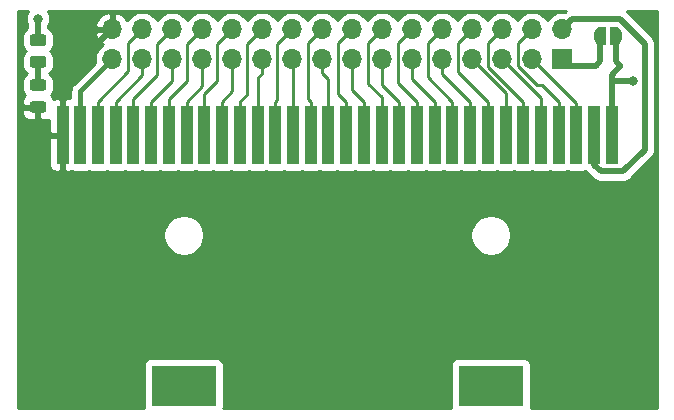
<source format=gtl>
%TF.GenerationSoftware,KiCad,Pcbnew,(5.1.10-1-10_14)*%
%TF.CreationDate,2023-08-18T21:43:18+08:00*%
%TF.ProjectId,GB_MemoryBackup_Subboard_A,47425f4d-656d-46f7-9279-4261636b7570,1.1*%
%TF.SameCoordinates,Original*%
%TF.FileFunction,Copper,L1,Top*%
%TF.FilePolarity,Positive*%
%FSLAX46Y46*%
G04 Gerber Fmt 4.6, Leading zero omitted, Abs format (unit mm)*
G04 Created by KiCad (PCBNEW (5.1.10-1-10_14)) date 2023-08-18 21:43:18*
%MOMM*%
%LPD*%
G01*
G04 APERTURE LIST*
%TA.AperFunction,SMDPad,CuDef*%
%ADD10C,0.100000*%
%TD*%
%TA.AperFunction,SMDPad,CuDef*%
%ADD11R,0.600000X0.450000*%
%TD*%
%TA.AperFunction,ComponentPad*%
%ADD12O,1.700000X1.700000*%
%TD*%
%TA.AperFunction,ComponentPad*%
%ADD13R,1.700000X1.700000*%
%TD*%
%TA.AperFunction,SMDPad,CuDef*%
%ADD14R,5.500000X3.500000*%
%TD*%
%TA.AperFunction,SMDPad,CuDef*%
%ADD15R,1.000000X5.000000*%
%TD*%
%TA.AperFunction,ViaPad*%
%ADD16C,0.800000*%
%TD*%
%TA.AperFunction,Conductor*%
%ADD17C,0.500000*%
%TD*%
%TA.AperFunction,Conductor*%
%ADD18C,0.400000*%
%TD*%
%TA.AperFunction,Conductor*%
%ADD19C,0.250000*%
%TD*%
%TA.AperFunction,Conductor*%
%ADD20C,0.254000*%
%TD*%
%TA.AperFunction,Conductor*%
%ADD21C,0.100000*%
%TD*%
G04 APERTURE END LIST*
%TO.P,R1,2*%
%TO.N,/CartSlot_5V_Input*%
%TA.AperFunction,SMDPad,CuDef*%
G36*
G01*
X144595001Y-85325000D02*
X143694999Y-85325000D01*
G75*
G02*
X143445000Y-85075001I0J249999D01*
G01*
X143445000Y-84549999D01*
G75*
G02*
X143694999Y-84300000I249999J0D01*
G01*
X144595001Y-84300000D01*
G75*
G02*
X144845000Y-84549999I0J-249999D01*
G01*
X144845000Y-85075001D01*
G75*
G02*
X144595001Y-85325000I-249999J0D01*
G01*
G37*
%TD.AperFunction*%
%TO.P,R1,1*%
%TO.N,/PwrLED_5V_Input*%
%TA.AperFunction,SMDPad,CuDef*%
G36*
G01*
X144595001Y-87150000D02*
X143694999Y-87150000D01*
G75*
G02*
X143445000Y-86900001I0J249999D01*
G01*
X143445000Y-86374999D01*
G75*
G02*
X143694999Y-86125000I249999J0D01*
G01*
X144595001Y-86125000D01*
G75*
G02*
X144845000Y-86374999I0J-249999D01*
G01*
X144845000Y-86900001D01*
G75*
G02*
X144595001Y-87150000I-249999J0D01*
G01*
G37*
%TD.AperFunction*%
%TD*%
%TO.P,LED1,2*%
%TO.N,/PwrLED_5V_Input*%
%TA.AperFunction,SMDPad,CuDef*%
G36*
G01*
X144601250Y-89085000D02*
X143688750Y-89085000D01*
G75*
G02*
X143445000Y-88841250I0J243750D01*
G01*
X143445000Y-88353750D01*
G75*
G02*
X143688750Y-88110000I243750J0D01*
G01*
X144601250Y-88110000D01*
G75*
G02*
X144845000Y-88353750I0J-243750D01*
G01*
X144845000Y-88841250D01*
G75*
G02*
X144601250Y-89085000I-243750J0D01*
G01*
G37*
%TD.AperFunction*%
%TO.P,LED1,1*%
%TO.N,GND*%
%TA.AperFunction,SMDPad,CuDef*%
G36*
G01*
X144601250Y-90960000D02*
X143688750Y-90960000D01*
G75*
G02*
X143445000Y-90716250I0J243750D01*
G01*
X143445000Y-90228750D01*
G75*
G02*
X143688750Y-89985000I243750J0D01*
G01*
X144601250Y-89985000D01*
G75*
G02*
X144845000Y-90228750I0J-243750D01*
G01*
X144845000Y-90716250D01*
G75*
G02*
X144601250Y-90960000I-243750J0D01*
G01*
G37*
%TD.AperFunction*%
%TD*%
%TA.AperFunction,SMDPad,CuDef*%
D10*
%TO.P,JP1,2*%
%TO.N,/CartSlot_5V_Input*%
G36*
X193055000Y-83705602D02*
G01*
X193079534Y-83705602D01*
X193128365Y-83710412D01*
X193176490Y-83719984D01*
X193223445Y-83734228D01*
X193268778Y-83753005D01*
X193312051Y-83776136D01*
X193352850Y-83803396D01*
X193390779Y-83834524D01*
X193425476Y-83869221D01*
X193456604Y-83907150D01*
X193483864Y-83947949D01*
X193506995Y-83991222D01*
X193525772Y-84036555D01*
X193540016Y-84083510D01*
X193549588Y-84131635D01*
X193554398Y-84180466D01*
X193554398Y-84205000D01*
X193555000Y-84205000D01*
X193555000Y-84705000D01*
X193554398Y-84705000D01*
X193554398Y-84729534D01*
X193549588Y-84778365D01*
X193540016Y-84826490D01*
X193525772Y-84873445D01*
X193506995Y-84918778D01*
X193483864Y-84962051D01*
X193456604Y-85002850D01*
X193425476Y-85040779D01*
X193390779Y-85075476D01*
X193352850Y-85106604D01*
X193312051Y-85133864D01*
X193268778Y-85156995D01*
X193223445Y-85175772D01*
X193176490Y-85190016D01*
X193128365Y-85199588D01*
X193079534Y-85204398D01*
X193055000Y-85204398D01*
X193055000Y-85205000D01*
X192555000Y-85205000D01*
X192555000Y-83705000D01*
X193055000Y-83705000D01*
X193055000Y-83705602D01*
G37*
%TD.AperFunction*%
%TA.AperFunction,SMDPad,CuDef*%
%TO.P,JP1,1*%
%TO.N,+5V*%
G36*
X192255000Y-85205000D02*
G01*
X191755000Y-85205000D01*
X191755000Y-85204398D01*
X191730466Y-85204398D01*
X191681635Y-85199588D01*
X191633510Y-85190016D01*
X191586555Y-85175772D01*
X191541222Y-85156995D01*
X191497949Y-85133864D01*
X191457150Y-85106604D01*
X191419221Y-85075476D01*
X191384524Y-85040779D01*
X191353396Y-85002850D01*
X191326136Y-84962051D01*
X191303005Y-84918778D01*
X191284228Y-84873445D01*
X191269984Y-84826490D01*
X191260412Y-84778365D01*
X191255602Y-84729534D01*
X191255602Y-84705000D01*
X191255000Y-84705000D01*
X191255000Y-84205000D01*
X191255602Y-84205000D01*
X191255602Y-84180466D01*
X191260412Y-84131635D01*
X191269984Y-84083510D01*
X191284228Y-84036555D01*
X191303005Y-83991222D01*
X191326136Y-83947949D01*
X191353396Y-83907150D01*
X191384524Y-83869221D01*
X191419221Y-83834524D01*
X191457150Y-83803396D01*
X191497949Y-83776136D01*
X191541222Y-83753005D01*
X191586555Y-83734228D01*
X191633510Y-83719984D01*
X191681635Y-83710412D01*
X191730466Y-83705602D01*
X191755000Y-83705602D01*
X191755000Y-83705000D01*
X192255000Y-83705000D01*
X192255000Y-85205000D01*
G37*
%TD.AperFunction*%
%TD*%
D11*
%TO.P,D1,2*%
%TO.N,+5V*%
X191355000Y-86995000D03*
%TO.P,D1,1*%
%TO.N,/CartSlot_5V_Input*%
X193455000Y-86995000D03*
%TD*%
D12*
%TO.P,J1,32*%
%TO.N,GND*%
X150430000Y-83890000D03*
%TO.P,J1,31*%
%TO.N,/AAudioIn*%
X150430000Y-86430000D03*
%TO.P,J1,30*%
%TO.N,/~ARST*%
X152970000Y-83890000D03*
%TO.P,J1,29*%
%TO.N,/AD7*%
X152970000Y-86430000D03*
%TO.P,J1,28*%
%TO.N,/AD6*%
X155510000Y-83890000D03*
%TO.P,J1,27*%
%TO.N,/AD5*%
X155510000Y-86430000D03*
%TO.P,J1,26*%
%TO.N,/AD4*%
X158050000Y-83890000D03*
%TO.P,J1,25*%
%TO.N,/AD3*%
X158050000Y-86430000D03*
%TO.P,J1,24*%
%TO.N,/AD2*%
X160590000Y-83890000D03*
%TO.P,J1,23*%
%TO.N,/AD1*%
X160590000Y-86430000D03*
%TO.P,J1,22*%
%TO.N,/AD0*%
X163130000Y-83890000D03*
%TO.P,J1,21*%
%TO.N,/AA15_T*%
X163130000Y-86430000D03*
%TO.P,J1,20*%
%TO.N,/AA14*%
X165670000Y-83890000D03*
%TO.P,J1,19*%
%TO.N,/AA13*%
X165670000Y-86430000D03*
%TO.P,J1,18*%
%TO.N,/AA12*%
X168210000Y-83890000D03*
%TO.P,J1,17*%
%TO.N,/AA11*%
X168210000Y-86430000D03*
%TO.P,J1,16*%
%TO.N,/AA10*%
X170750000Y-83890000D03*
%TO.P,J1,15*%
%TO.N,/AA9*%
X170750000Y-86430000D03*
%TO.P,J1,14*%
%TO.N,/AA8*%
X173290000Y-83890000D03*
%TO.P,J1,13*%
%TO.N,/AA7*%
X173290000Y-86430000D03*
%TO.P,J1,12*%
%TO.N,/AA6*%
X175830000Y-83890000D03*
%TO.P,J1,11*%
%TO.N,/AA5*%
X175830000Y-86430000D03*
%TO.P,J1,10*%
%TO.N,/AA4*%
X178370000Y-83890000D03*
%TO.P,J1,9*%
%TO.N,/AA3*%
X178370000Y-86430000D03*
%TO.P,J1,8*%
%TO.N,/AA2*%
X180910000Y-83890000D03*
%TO.P,J1,7*%
%TO.N,/AA1*%
X180910000Y-86430000D03*
%TO.P,J1,6*%
%TO.N,/AA0*%
X183450000Y-83890000D03*
%TO.P,J1,5*%
%TO.N,/~ASRAM_CS*%
X183450000Y-86430000D03*
%TO.P,J1,4*%
%TO.N,/~ARD_T*%
X185990000Y-83890000D03*
%TO.P,J1,3*%
%TO.N,/~AWR_T*%
X185990000Y-86430000D03*
%TO.P,J1,2*%
%TO.N,/ACLK*%
X188530000Y-83890000D03*
D13*
%TO.P,J1,1*%
%TO.N,+5V*%
X188530000Y-86430000D03*
%TD*%
D14*
%TO.P,J2,SHIELD_4*%
%TO.N,N/C*%
X156480000Y-114090000D03*
%TO.P,J2,SHIELD_3*%
X182480000Y-114090000D03*
D15*
%TO.P,J2,32*%
%TO.N,GND*%
X146230000Y-92840000D03*
%TO.P,J2,31*%
%TO.N,/AAudioIn*%
X147730000Y-92840000D03*
%TO.P,J2,30*%
%TO.N,/~ARST*%
X149230000Y-92840000D03*
%TO.P,J2,29*%
%TO.N,/AD7*%
X150730000Y-92840000D03*
%TO.P,J2,28*%
%TO.N,/AD6*%
X152230000Y-92840000D03*
%TO.P,J2,27*%
%TO.N,/AD5*%
X153730000Y-92840000D03*
%TO.P,J2,26*%
%TO.N,/AD4*%
X155230000Y-92840000D03*
%TO.P,J2,25*%
%TO.N,/AD3*%
X156730000Y-92840000D03*
%TO.P,J2,24*%
%TO.N,/AD2*%
X158230000Y-92840000D03*
%TO.P,J2,23*%
%TO.N,/AD1*%
X159730000Y-92840000D03*
%TO.P,J2,22*%
%TO.N,/AD0*%
X161230000Y-92840000D03*
%TO.P,J2,21*%
%TO.N,/AA15_T*%
X162730000Y-92840000D03*
%TO.P,J2,20*%
%TO.N,/AA14*%
X164230000Y-92840000D03*
%TO.P,J2,19*%
%TO.N,/AA13*%
X165730000Y-92840000D03*
%TO.P,J2,18*%
%TO.N,/AA12*%
X167230000Y-92840000D03*
%TO.P,J2,17*%
%TO.N,/AA11*%
X168730000Y-92840000D03*
%TO.P,J2,16*%
%TO.N,/AA10*%
X170230000Y-92840000D03*
%TO.P,J2,15*%
%TO.N,/AA9*%
X171730000Y-92840000D03*
%TO.P,J2,14*%
%TO.N,/AA8*%
X173230000Y-92840000D03*
%TO.P,J2,13*%
%TO.N,/AA7*%
X174730000Y-92840000D03*
%TO.P,J2,12*%
%TO.N,/AA6*%
X176230000Y-92840000D03*
%TO.P,J2,11*%
%TO.N,/AA5*%
X177730000Y-92840000D03*
%TO.P,J2,10*%
%TO.N,/AA4*%
X179230000Y-92840000D03*
%TO.P,J2,9*%
%TO.N,/AA3*%
X180730000Y-92840000D03*
%TO.P,J2,8*%
%TO.N,/AA2*%
X182230000Y-92840000D03*
%TO.P,J2,7*%
%TO.N,/AA1*%
X183730000Y-92840000D03*
%TO.P,J2,6*%
%TO.N,/AA0*%
X185230000Y-92840000D03*
%TO.P,J2,5*%
%TO.N,/~ASRAM_CS*%
X186730000Y-92840000D03*
%TO.P,J2,4*%
%TO.N,/~ARD_T*%
X188230000Y-92840000D03*
%TO.P,J2,3*%
%TO.N,/~AWR_T*%
X189730000Y-92840000D03*
%TO.P,J2,2*%
%TO.N,/ACLK*%
X191230000Y-92840000D03*
%TO.P,J2,1*%
%TO.N,/CartSlot_5V_Input*%
X192730000Y-92840000D03*
%TD*%
D16*
%TO.N,/CartSlot_5V_Input*%
X144140000Y-82980000D03*
X194540000Y-88290000D03*
%TD*%
D17*
%TO.N,+5V*%
X191755000Y-86595000D02*
X191355000Y-86995000D01*
X191755000Y-84455000D02*
X191755000Y-86595000D01*
X189095000Y-86995000D02*
X188530000Y-86430000D01*
X191355000Y-86995000D02*
X189095000Y-86995000D01*
%TO.N,GND*%
X146230000Y-92840000D02*
X146230000Y-88090000D01*
X146230000Y-88090000D02*
X150430000Y-83890000D01*
D18*
%TO.N,/AAudioIn*%
X147730000Y-89130000D02*
X147730000Y-92840000D01*
X150430000Y-86430000D02*
X147730000Y-89130000D01*
D19*
%TO.N,/~ARST*%
X151784800Y-85075200D02*
X152970000Y-83890000D01*
X151784800Y-87460100D02*
X151784800Y-85075200D01*
X149230000Y-90014900D02*
X151784800Y-87460100D01*
X149230000Y-92840000D02*
X149230000Y-90014900D01*
%TO.N,/AD7*%
X150730000Y-92840000D02*
X150730000Y-90014900D01*
X150730000Y-90014900D02*
X152970000Y-87774900D01*
X152970000Y-87774900D02*
X152970000Y-86430000D01*
%TO.N,/AD6*%
X154240000Y-85160000D02*
X155510000Y-83890000D01*
X154240000Y-87755400D02*
X154240000Y-85160000D01*
X152230000Y-89765400D02*
X154240000Y-87755400D01*
X152230000Y-92840000D02*
X152230000Y-89765400D01*
%TO.N,/AD5*%
X153730000Y-92840000D02*
X153730000Y-90014900D01*
X153730000Y-90014900D02*
X155510000Y-88234900D01*
X155510000Y-88234900D02*
X155510000Y-86430000D01*
%TO.N,/AD4*%
X156780000Y-88238400D02*
X156780000Y-85160000D01*
X156780000Y-85160000D02*
X158050000Y-83890000D01*
X155230000Y-89788400D02*
X156780000Y-88238400D01*
X155230000Y-92840000D02*
X155230000Y-89788400D01*
%TO.N,/AD3*%
X156730000Y-92840000D02*
X156730000Y-90014900D01*
X156730000Y-90014900D02*
X158050000Y-88694900D01*
X158050000Y-88694900D02*
X158050000Y-86430000D01*
%TO.N,/AD2*%
X159320000Y-85160000D02*
X160590000Y-83890000D01*
X159320000Y-88238400D02*
X159320000Y-85160000D01*
X158230000Y-89328400D02*
X159320000Y-88238400D01*
X158230000Y-92840000D02*
X158230000Y-89328400D01*
%TO.N,/AD1*%
X159730000Y-92840000D02*
X159730000Y-90014900D01*
X159730000Y-90014900D02*
X160590000Y-89154900D01*
X160590000Y-89154900D02*
X160590000Y-86430000D01*
%TO.N,/AD0*%
X161860000Y-89384900D02*
X161860000Y-85160000D01*
X161860000Y-85160000D02*
X163130000Y-83890000D01*
X161230000Y-90014900D02*
X161860000Y-89384900D01*
X161230000Y-92840000D02*
X161230000Y-90014900D01*
%TO.N,/AA14*%
X164400000Y-85160000D02*
X165670000Y-83890000D01*
X164400000Y-89844900D02*
X164400000Y-85160000D01*
X164230000Y-90014900D02*
X164400000Y-89844900D01*
X164230000Y-92840000D02*
X164230000Y-90014900D01*
%TO.N,/AA13*%
X165730000Y-86490000D02*
X165670000Y-86430000D01*
X165730000Y-92840000D02*
X165730000Y-86490000D01*
%TO.N,/AA12*%
X167012500Y-89797400D02*
X167012500Y-85087500D01*
X167012500Y-85087500D02*
X168210000Y-83890000D01*
X167230000Y-90014900D02*
X167012500Y-89797400D01*
X167230000Y-92840000D02*
X167230000Y-90014900D01*
%TO.N,/AA11*%
X168210000Y-86430000D02*
X168210000Y-87605100D01*
X168730000Y-92840000D02*
X168730000Y-88125100D01*
X168730000Y-88125100D02*
X168210000Y-87605100D01*
%TO.N,/AA10*%
X169573700Y-85066300D02*
X170750000Y-83890000D01*
X169573700Y-89358600D02*
X169573700Y-85066300D01*
X170230000Y-90014900D02*
X169573700Y-89358600D01*
X170230000Y-92840000D02*
X170230000Y-90014900D01*
%TO.N,/AA9*%
X171730000Y-92840000D02*
X171730000Y-90014900D01*
X171730000Y-90014900D02*
X170750000Y-89034900D01*
X170750000Y-89034900D02*
X170750000Y-86430000D01*
%TO.N,/AA8*%
X172095600Y-85084400D02*
X173290000Y-83890000D01*
X172095600Y-88513800D02*
X172095600Y-85084400D01*
X173230000Y-89648200D02*
X172095600Y-88513800D01*
X173230000Y-92840000D02*
X173230000Y-89648200D01*
%TO.N,/AA7*%
X174730000Y-92840000D02*
X174730000Y-90014900D01*
X174730000Y-90014900D02*
X173290000Y-88574900D01*
X173290000Y-88574900D02*
X173290000Y-86430000D01*
%TO.N,/AA6*%
X174639400Y-85080600D02*
X175830000Y-83890000D01*
X176230000Y-90014900D02*
X174639400Y-88424300D01*
X174639400Y-88424300D02*
X174639400Y-85080600D01*
X176230000Y-92840000D02*
X176230000Y-90014900D01*
%TO.N,/AA5*%
X177730000Y-92840000D02*
X177730000Y-90014900D01*
X177730000Y-90014900D02*
X175830000Y-88114900D01*
X175830000Y-88114900D02*
X175830000Y-86430000D01*
%TO.N,/AA4*%
X177179400Y-85080600D02*
X178370000Y-83890000D01*
X177179400Y-87964300D02*
X177179400Y-85080600D01*
X179230000Y-90014900D02*
X177179400Y-87964300D01*
X179230000Y-92840000D02*
X179230000Y-90014900D01*
%TO.N,/AA3*%
X180730000Y-92840000D02*
X180730000Y-90014900D01*
X180730000Y-90014900D02*
X178370000Y-87654900D01*
X178370000Y-87654900D02*
X178370000Y-86430000D01*
%TO.N,/AA2*%
X179719400Y-87504300D02*
X179719400Y-85080600D01*
X182230000Y-90014900D02*
X179719400Y-87504300D01*
X179719400Y-85080600D02*
X180910000Y-83890000D01*
X182230000Y-92840000D02*
X182230000Y-90014900D01*
%TO.N,/AA1*%
X183730000Y-89250000D02*
X180910000Y-86430000D01*
X183730000Y-92840000D02*
X183730000Y-89250000D01*
%TO.N,/AA0*%
X182259400Y-85080600D02*
X183450000Y-83890000D01*
X185230000Y-90014900D02*
X182259400Y-87044300D01*
X182259400Y-87044300D02*
X182259400Y-85080600D01*
X185230000Y-92840000D02*
X185230000Y-90014900D01*
%TO.N,/~ASRAM_CS*%
X183450000Y-86430000D02*
X186730000Y-89710000D01*
X186730000Y-89710000D02*
X186730000Y-92840000D01*
D17*
%TO.N,/ACLK*%
X191230000Y-95366002D02*
X191230000Y-92840000D01*
X191773999Y-95910001D02*
X191230000Y-95366002D01*
X193686001Y-95910001D02*
X191773999Y-95910001D01*
X195510001Y-85150181D02*
X195510001Y-94086001D01*
X189379999Y-83040001D02*
X193399821Y-83040001D01*
X195510001Y-94086001D02*
X193686001Y-95910001D01*
X193399821Y-83040001D02*
X195510001Y-85150181D01*
X188530000Y-83890000D02*
X189379999Y-83040001D01*
D19*
%TO.N,/AA15_T*%
X162730000Y-88005100D02*
X163130000Y-87605100D01*
X163130000Y-86430000D02*
X163130000Y-87605100D01*
X162730000Y-92840000D02*
X162730000Y-88005100D01*
%TO.N,/~ARD_T*%
X184799400Y-85080600D02*
X185990000Y-83890000D01*
X184799400Y-86996900D02*
X184799400Y-85080600D01*
X188230000Y-92840000D02*
X188230000Y-90014900D01*
X186396250Y-88593750D02*
X186808850Y-88593750D01*
X186808850Y-88593750D02*
X188230000Y-90014900D01*
X186396250Y-88593750D02*
X184799400Y-86996900D01*
%TO.N,/~AWR_T*%
X189730000Y-90170000D02*
X189730000Y-92840000D01*
X185990000Y-86430000D02*
X189730000Y-90170000D01*
D17*
%TO.N,/CartSlot_5V_Input*%
X193055000Y-86595000D02*
X193455000Y-86995000D01*
X193055000Y-84455000D02*
X193055000Y-86595000D01*
X192730000Y-87720000D02*
X193455000Y-86995000D01*
X144140000Y-82980000D02*
X144140000Y-84807500D01*
X144140000Y-84807500D02*
X144145000Y-84812500D01*
X192730000Y-88290000D02*
X194540000Y-88290000D01*
X192730000Y-92840000D02*
X192730000Y-88290000D01*
X192730000Y-88290000D02*
X192730000Y-87720000D01*
%TO.N,/PwrLED_5V_Input*%
X144145000Y-86637500D02*
X144145000Y-88597500D01*
%TD*%
D20*
%TO.N,GND*%
X143222795Y-82489744D02*
X143144774Y-82678102D01*
X143105000Y-82878061D01*
X143105000Y-83081939D01*
X143144774Y-83281898D01*
X143222795Y-83470256D01*
X143255000Y-83518455D01*
X143255000Y-83783059D01*
X143201613Y-83811595D01*
X143067038Y-83922038D01*
X142956595Y-84056613D01*
X142874528Y-84210149D01*
X142823992Y-84376745D01*
X142806928Y-84549999D01*
X142806928Y-85075001D01*
X142823992Y-85248255D01*
X142874528Y-85414851D01*
X142956595Y-85568387D01*
X143067038Y-85702962D01*
X143093891Y-85725000D01*
X143067038Y-85747038D01*
X142956595Y-85881613D01*
X142874528Y-86035149D01*
X142823992Y-86201745D01*
X142806928Y-86374999D01*
X142806928Y-86900001D01*
X142823992Y-87073255D01*
X142874528Y-87239851D01*
X142956595Y-87393387D01*
X143067038Y-87527962D01*
X143189341Y-87628334D01*
X143065208Y-87730208D01*
X142955542Y-87863836D01*
X142874053Y-88016291D01*
X142823872Y-88181715D01*
X142806928Y-88353750D01*
X142806928Y-88841250D01*
X142823872Y-89013285D01*
X142874053Y-89178709D01*
X142955542Y-89331164D01*
X143065208Y-89464792D01*
X143071564Y-89470008D01*
X142993815Y-89533815D01*
X142914463Y-89630506D01*
X142855498Y-89740820D01*
X142819188Y-89860518D01*
X142806928Y-89985000D01*
X142810000Y-90186750D01*
X142968750Y-90345500D01*
X144018000Y-90345500D01*
X144018000Y-90325500D01*
X144272000Y-90325500D01*
X144272000Y-90345500D01*
X144292000Y-90345500D01*
X144292000Y-90599500D01*
X144272000Y-90599500D01*
X144272000Y-91436250D01*
X144430750Y-91595000D01*
X144845000Y-91598072D01*
X144969482Y-91585812D01*
X145089180Y-91549502D01*
X145093603Y-91547138D01*
X145095000Y-92554250D01*
X145253750Y-92713000D01*
X146103000Y-92713000D01*
X146103000Y-89863750D01*
X145944250Y-89705000D01*
X145730000Y-89701928D01*
X145605518Y-89714188D01*
X145485820Y-89750498D01*
X145444188Y-89772751D01*
X145434502Y-89740820D01*
X145375537Y-89630506D01*
X145296185Y-89533815D01*
X145218436Y-89470008D01*
X145224792Y-89464792D01*
X145334458Y-89331164D01*
X145415947Y-89178709D01*
X145466128Y-89013285D01*
X145483072Y-88841250D01*
X145483072Y-88353750D01*
X145466128Y-88181715D01*
X145415947Y-88016291D01*
X145334458Y-87863836D01*
X145224792Y-87730208D01*
X145100659Y-87628334D01*
X145222962Y-87527962D01*
X145333405Y-87393387D01*
X145415472Y-87239851D01*
X145466008Y-87073255D01*
X145483072Y-86900001D01*
X145483072Y-86374999D01*
X145466008Y-86201745D01*
X145415472Y-86035149D01*
X145333405Y-85881613D01*
X145222962Y-85747038D01*
X145196109Y-85725000D01*
X145222962Y-85702962D01*
X145333405Y-85568387D01*
X145415472Y-85414851D01*
X145466008Y-85248255D01*
X145483072Y-85075001D01*
X145483072Y-84549999D01*
X145466008Y-84376745D01*
X145415472Y-84210149D01*
X145333405Y-84056613D01*
X145222962Y-83922038D01*
X145088387Y-83811595D01*
X145025000Y-83777714D01*
X145025000Y-83533109D01*
X148988519Y-83533109D01*
X149109186Y-83763000D01*
X150303000Y-83763000D01*
X150303000Y-82569845D01*
X150073110Y-82448524D01*
X149925901Y-82493175D01*
X149663080Y-82618359D01*
X149429731Y-82792412D01*
X149234822Y-83008645D01*
X149085843Y-83258748D01*
X148988519Y-83533109D01*
X145025000Y-83533109D01*
X145025000Y-83518454D01*
X145057205Y-83470256D01*
X145135226Y-83281898D01*
X145175000Y-83081939D01*
X145175000Y-82878061D01*
X145135226Y-82678102D01*
X145057205Y-82489744D01*
X144973854Y-82365000D01*
X188807457Y-82365000D01*
X188784952Y-82383469D01*
X188784950Y-82383471D01*
X188751182Y-82411184D01*
X188745031Y-82418679D01*
X188676260Y-82405000D01*
X188383740Y-82405000D01*
X188096842Y-82462068D01*
X187826589Y-82574010D01*
X187583368Y-82736525D01*
X187376525Y-82943368D01*
X187260000Y-83117760D01*
X187143475Y-82943368D01*
X186936632Y-82736525D01*
X186693411Y-82574010D01*
X186423158Y-82462068D01*
X186136260Y-82405000D01*
X185843740Y-82405000D01*
X185556842Y-82462068D01*
X185286589Y-82574010D01*
X185043368Y-82736525D01*
X184836525Y-82943368D01*
X184720000Y-83117760D01*
X184603475Y-82943368D01*
X184396632Y-82736525D01*
X184153411Y-82574010D01*
X183883158Y-82462068D01*
X183596260Y-82405000D01*
X183303740Y-82405000D01*
X183016842Y-82462068D01*
X182746589Y-82574010D01*
X182503368Y-82736525D01*
X182296525Y-82943368D01*
X182180000Y-83117760D01*
X182063475Y-82943368D01*
X181856632Y-82736525D01*
X181613411Y-82574010D01*
X181343158Y-82462068D01*
X181056260Y-82405000D01*
X180763740Y-82405000D01*
X180476842Y-82462068D01*
X180206589Y-82574010D01*
X179963368Y-82736525D01*
X179756525Y-82943368D01*
X179640000Y-83117760D01*
X179523475Y-82943368D01*
X179316632Y-82736525D01*
X179073411Y-82574010D01*
X178803158Y-82462068D01*
X178516260Y-82405000D01*
X178223740Y-82405000D01*
X177936842Y-82462068D01*
X177666589Y-82574010D01*
X177423368Y-82736525D01*
X177216525Y-82943368D01*
X177100000Y-83117760D01*
X176983475Y-82943368D01*
X176776632Y-82736525D01*
X176533411Y-82574010D01*
X176263158Y-82462068D01*
X175976260Y-82405000D01*
X175683740Y-82405000D01*
X175396842Y-82462068D01*
X175126589Y-82574010D01*
X174883368Y-82736525D01*
X174676525Y-82943368D01*
X174560000Y-83117760D01*
X174443475Y-82943368D01*
X174236632Y-82736525D01*
X173993411Y-82574010D01*
X173723158Y-82462068D01*
X173436260Y-82405000D01*
X173143740Y-82405000D01*
X172856842Y-82462068D01*
X172586589Y-82574010D01*
X172343368Y-82736525D01*
X172136525Y-82943368D01*
X172020000Y-83117760D01*
X171903475Y-82943368D01*
X171696632Y-82736525D01*
X171453411Y-82574010D01*
X171183158Y-82462068D01*
X170896260Y-82405000D01*
X170603740Y-82405000D01*
X170316842Y-82462068D01*
X170046589Y-82574010D01*
X169803368Y-82736525D01*
X169596525Y-82943368D01*
X169480000Y-83117760D01*
X169363475Y-82943368D01*
X169156632Y-82736525D01*
X168913411Y-82574010D01*
X168643158Y-82462068D01*
X168356260Y-82405000D01*
X168063740Y-82405000D01*
X167776842Y-82462068D01*
X167506589Y-82574010D01*
X167263368Y-82736525D01*
X167056525Y-82943368D01*
X166940000Y-83117760D01*
X166823475Y-82943368D01*
X166616632Y-82736525D01*
X166373411Y-82574010D01*
X166103158Y-82462068D01*
X165816260Y-82405000D01*
X165523740Y-82405000D01*
X165236842Y-82462068D01*
X164966589Y-82574010D01*
X164723368Y-82736525D01*
X164516525Y-82943368D01*
X164400000Y-83117760D01*
X164283475Y-82943368D01*
X164076632Y-82736525D01*
X163833411Y-82574010D01*
X163563158Y-82462068D01*
X163276260Y-82405000D01*
X162983740Y-82405000D01*
X162696842Y-82462068D01*
X162426589Y-82574010D01*
X162183368Y-82736525D01*
X161976525Y-82943368D01*
X161860000Y-83117760D01*
X161743475Y-82943368D01*
X161536632Y-82736525D01*
X161293411Y-82574010D01*
X161023158Y-82462068D01*
X160736260Y-82405000D01*
X160443740Y-82405000D01*
X160156842Y-82462068D01*
X159886589Y-82574010D01*
X159643368Y-82736525D01*
X159436525Y-82943368D01*
X159320000Y-83117760D01*
X159203475Y-82943368D01*
X158996632Y-82736525D01*
X158753411Y-82574010D01*
X158483158Y-82462068D01*
X158196260Y-82405000D01*
X157903740Y-82405000D01*
X157616842Y-82462068D01*
X157346589Y-82574010D01*
X157103368Y-82736525D01*
X156896525Y-82943368D01*
X156780000Y-83117760D01*
X156663475Y-82943368D01*
X156456632Y-82736525D01*
X156213411Y-82574010D01*
X155943158Y-82462068D01*
X155656260Y-82405000D01*
X155363740Y-82405000D01*
X155076842Y-82462068D01*
X154806589Y-82574010D01*
X154563368Y-82736525D01*
X154356525Y-82943368D01*
X154240000Y-83117760D01*
X154123475Y-82943368D01*
X153916632Y-82736525D01*
X153673411Y-82574010D01*
X153403158Y-82462068D01*
X153116260Y-82405000D01*
X152823740Y-82405000D01*
X152536842Y-82462068D01*
X152266589Y-82574010D01*
X152023368Y-82736525D01*
X151816525Y-82943368D01*
X151694805Y-83125534D01*
X151625178Y-83008645D01*
X151430269Y-82792412D01*
X151196920Y-82618359D01*
X150934099Y-82493175D01*
X150786890Y-82448524D01*
X150557000Y-82569845D01*
X150557000Y-83763000D01*
X150577000Y-83763000D01*
X150577000Y-84017000D01*
X150557000Y-84017000D01*
X150557000Y-84037000D01*
X150303000Y-84037000D01*
X150303000Y-84017000D01*
X149109186Y-84017000D01*
X148988519Y-84246891D01*
X149085843Y-84521252D01*
X149234822Y-84771355D01*
X149429731Y-84987588D01*
X149659406Y-85158900D01*
X149483368Y-85276525D01*
X149276525Y-85483368D01*
X149114010Y-85726589D01*
X149002068Y-85996842D01*
X148945000Y-86283740D01*
X148945000Y-86576260D01*
X148971193Y-86707939D01*
X147168579Y-88510554D01*
X147136709Y-88536709D01*
X147041228Y-88653054D01*
X147032364Y-88663855D01*
X146954828Y-88808914D01*
X146907082Y-88966312D01*
X146890960Y-89130000D01*
X146895000Y-89171019D01*
X146895000Y-89726479D01*
X146854482Y-89714188D01*
X146730000Y-89701928D01*
X146515750Y-89705000D01*
X146357000Y-89863750D01*
X146357000Y-92713000D01*
X146377000Y-92713000D01*
X146377000Y-92967000D01*
X146357000Y-92967000D01*
X146357000Y-95816250D01*
X146515750Y-95975000D01*
X146730000Y-95978072D01*
X146854482Y-95965812D01*
X146974180Y-95929502D01*
X146980000Y-95926391D01*
X146985820Y-95929502D01*
X147105518Y-95965812D01*
X147230000Y-95978072D01*
X148230000Y-95978072D01*
X148354482Y-95965812D01*
X148474180Y-95929502D01*
X148480000Y-95926391D01*
X148485820Y-95929502D01*
X148605518Y-95965812D01*
X148730000Y-95978072D01*
X149730000Y-95978072D01*
X149854482Y-95965812D01*
X149974180Y-95929502D01*
X149980000Y-95926391D01*
X149985820Y-95929502D01*
X150105518Y-95965812D01*
X150230000Y-95978072D01*
X151230000Y-95978072D01*
X151354482Y-95965812D01*
X151474180Y-95929502D01*
X151480000Y-95926391D01*
X151485820Y-95929502D01*
X151605518Y-95965812D01*
X151730000Y-95978072D01*
X152730000Y-95978072D01*
X152854482Y-95965812D01*
X152974180Y-95929502D01*
X152980000Y-95926391D01*
X152985820Y-95929502D01*
X153105518Y-95965812D01*
X153230000Y-95978072D01*
X154230000Y-95978072D01*
X154354482Y-95965812D01*
X154474180Y-95929502D01*
X154480000Y-95926391D01*
X154485820Y-95929502D01*
X154605518Y-95965812D01*
X154730000Y-95978072D01*
X155730000Y-95978072D01*
X155854482Y-95965812D01*
X155974180Y-95929502D01*
X155980000Y-95926391D01*
X155985820Y-95929502D01*
X156105518Y-95965812D01*
X156230000Y-95978072D01*
X157230000Y-95978072D01*
X157354482Y-95965812D01*
X157474180Y-95929502D01*
X157480000Y-95926391D01*
X157485820Y-95929502D01*
X157605518Y-95965812D01*
X157730000Y-95978072D01*
X158730000Y-95978072D01*
X158854482Y-95965812D01*
X158974180Y-95929502D01*
X158980000Y-95926391D01*
X158985820Y-95929502D01*
X159105518Y-95965812D01*
X159230000Y-95978072D01*
X160230000Y-95978072D01*
X160354482Y-95965812D01*
X160474180Y-95929502D01*
X160480000Y-95926391D01*
X160485820Y-95929502D01*
X160605518Y-95965812D01*
X160730000Y-95978072D01*
X161730000Y-95978072D01*
X161854482Y-95965812D01*
X161974180Y-95929502D01*
X161980000Y-95926391D01*
X161985820Y-95929502D01*
X162105518Y-95965812D01*
X162230000Y-95978072D01*
X163230000Y-95978072D01*
X163354482Y-95965812D01*
X163474180Y-95929502D01*
X163480000Y-95926391D01*
X163485820Y-95929502D01*
X163605518Y-95965812D01*
X163730000Y-95978072D01*
X164730000Y-95978072D01*
X164854482Y-95965812D01*
X164974180Y-95929502D01*
X164980000Y-95926391D01*
X164985820Y-95929502D01*
X165105518Y-95965812D01*
X165230000Y-95978072D01*
X166230000Y-95978072D01*
X166354482Y-95965812D01*
X166474180Y-95929502D01*
X166480000Y-95926391D01*
X166485820Y-95929502D01*
X166605518Y-95965812D01*
X166730000Y-95978072D01*
X167730000Y-95978072D01*
X167854482Y-95965812D01*
X167974180Y-95929502D01*
X167980000Y-95926391D01*
X167985820Y-95929502D01*
X168105518Y-95965812D01*
X168230000Y-95978072D01*
X169230000Y-95978072D01*
X169354482Y-95965812D01*
X169474180Y-95929502D01*
X169480000Y-95926391D01*
X169485820Y-95929502D01*
X169605518Y-95965812D01*
X169730000Y-95978072D01*
X170730000Y-95978072D01*
X170854482Y-95965812D01*
X170974180Y-95929502D01*
X170980000Y-95926391D01*
X170985820Y-95929502D01*
X171105518Y-95965812D01*
X171230000Y-95978072D01*
X172230000Y-95978072D01*
X172354482Y-95965812D01*
X172474180Y-95929502D01*
X172480000Y-95926391D01*
X172485820Y-95929502D01*
X172605518Y-95965812D01*
X172730000Y-95978072D01*
X173730000Y-95978072D01*
X173854482Y-95965812D01*
X173974180Y-95929502D01*
X173980000Y-95926391D01*
X173985820Y-95929502D01*
X174105518Y-95965812D01*
X174230000Y-95978072D01*
X175230000Y-95978072D01*
X175354482Y-95965812D01*
X175474180Y-95929502D01*
X175480000Y-95926391D01*
X175485820Y-95929502D01*
X175605518Y-95965812D01*
X175730000Y-95978072D01*
X176730000Y-95978072D01*
X176854482Y-95965812D01*
X176974180Y-95929502D01*
X176980000Y-95926391D01*
X176985820Y-95929502D01*
X177105518Y-95965812D01*
X177230000Y-95978072D01*
X178230000Y-95978072D01*
X178354482Y-95965812D01*
X178474180Y-95929502D01*
X178480000Y-95926391D01*
X178485820Y-95929502D01*
X178605518Y-95965812D01*
X178730000Y-95978072D01*
X179730000Y-95978072D01*
X179854482Y-95965812D01*
X179974180Y-95929502D01*
X179980000Y-95926391D01*
X179985820Y-95929502D01*
X180105518Y-95965812D01*
X180230000Y-95978072D01*
X181230000Y-95978072D01*
X181354482Y-95965812D01*
X181474180Y-95929502D01*
X181480000Y-95926391D01*
X181485820Y-95929502D01*
X181605518Y-95965812D01*
X181730000Y-95978072D01*
X182730000Y-95978072D01*
X182854482Y-95965812D01*
X182974180Y-95929502D01*
X182980000Y-95926391D01*
X182985820Y-95929502D01*
X183105518Y-95965812D01*
X183230000Y-95978072D01*
X184230000Y-95978072D01*
X184354482Y-95965812D01*
X184474180Y-95929502D01*
X184480000Y-95926391D01*
X184485820Y-95929502D01*
X184605518Y-95965812D01*
X184730000Y-95978072D01*
X185730000Y-95978072D01*
X185854482Y-95965812D01*
X185974180Y-95929502D01*
X185980000Y-95926391D01*
X185985820Y-95929502D01*
X186105518Y-95965812D01*
X186230000Y-95978072D01*
X187230000Y-95978072D01*
X187354482Y-95965812D01*
X187474180Y-95929502D01*
X187480000Y-95926391D01*
X187485820Y-95929502D01*
X187605518Y-95965812D01*
X187730000Y-95978072D01*
X188730000Y-95978072D01*
X188854482Y-95965812D01*
X188974180Y-95929502D01*
X188980000Y-95926391D01*
X188985820Y-95929502D01*
X189105518Y-95965812D01*
X189230000Y-95978072D01*
X190230000Y-95978072D01*
X190354482Y-95965812D01*
X190474180Y-95929502D01*
X190480000Y-95926391D01*
X190485820Y-95929502D01*
X190568050Y-95954446D01*
X190601183Y-95994819D01*
X190634956Y-96022536D01*
X191117465Y-96505045D01*
X191145182Y-96538818D01*
X191279940Y-96649412D01*
X191433686Y-96731590D01*
X191600509Y-96782196D01*
X191730522Y-96795001D01*
X191730530Y-96795001D01*
X191773999Y-96799282D01*
X191817468Y-96795001D01*
X193642532Y-96795001D01*
X193686001Y-96799282D01*
X193729470Y-96795001D01*
X193729478Y-96795001D01*
X193859491Y-96782196D01*
X194026314Y-96731590D01*
X194180060Y-96649412D01*
X194314818Y-96538818D01*
X194342535Y-96505045D01*
X196105050Y-94742531D01*
X196138818Y-94714818D01*
X196249412Y-94580060D01*
X196295515Y-94493807D01*
X196331590Y-94426315D01*
X196382196Y-94259491D01*
X196395001Y-94129478D01*
X196395001Y-94129470D01*
X196399282Y-94086001D01*
X196395001Y-94042532D01*
X196395001Y-85193646D01*
X196399282Y-85150180D01*
X196395001Y-85106714D01*
X196395001Y-85106704D01*
X196382196Y-84976691D01*
X196331590Y-84809868D01*
X196249412Y-84656122D01*
X196178403Y-84569598D01*
X196166533Y-84555134D01*
X196166531Y-84555132D01*
X196138818Y-84521364D01*
X196105051Y-84493652D01*
X194056355Y-82444957D01*
X194028638Y-82411184D01*
X193972363Y-82365000D01*
X196545000Y-82365000D01*
X196545001Y-115995000D01*
X185846554Y-115995000D01*
X185855812Y-115964482D01*
X185868072Y-115840000D01*
X185868072Y-112340000D01*
X185855812Y-112215518D01*
X185819502Y-112095820D01*
X185760537Y-111985506D01*
X185681185Y-111888815D01*
X185584494Y-111809463D01*
X185474180Y-111750498D01*
X185354482Y-111714188D01*
X185230000Y-111701928D01*
X179730000Y-111701928D01*
X179605518Y-111714188D01*
X179485820Y-111750498D01*
X179375506Y-111809463D01*
X179278815Y-111888815D01*
X179199463Y-111985506D01*
X179140498Y-112095820D01*
X179104188Y-112215518D01*
X179091928Y-112340000D01*
X179091928Y-115840000D01*
X179104188Y-115964482D01*
X179113446Y-115995000D01*
X159846554Y-115995000D01*
X159855812Y-115964482D01*
X159868072Y-115840000D01*
X159868072Y-112340000D01*
X159855812Y-112215518D01*
X159819502Y-112095820D01*
X159760537Y-111985506D01*
X159681185Y-111888815D01*
X159584494Y-111809463D01*
X159474180Y-111750498D01*
X159354482Y-111714188D01*
X159230000Y-111701928D01*
X153730000Y-111701928D01*
X153605518Y-111714188D01*
X153485820Y-111750498D01*
X153375506Y-111809463D01*
X153278815Y-111888815D01*
X153199463Y-111985506D01*
X153140498Y-112095820D01*
X153104188Y-112215518D01*
X153091928Y-112340000D01*
X153091928Y-115840000D01*
X153104188Y-115964482D01*
X153113446Y-115995000D01*
X142415000Y-115995000D01*
X142415000Y-101169117D01*
X154745000Y-101169117D01*
X154745000Y-101510883D01*
X154811675Y-101846081D01*
X154942463Y-102161831D01*
X155132337Y-102445998D01*
X155374002Y-102687663D01*
X155658169Y-102877537D01*
X155973919Y-103008325D01*
X156309117Y-103075000D01*
X156650883Y-103075000D01*
X156986081Y-103008325D01*
X157301831Y-102877537D01*
X157585998Y-102687663D01*
X157827663Y-102445998D01*
X158017537Y-102161831D01*
X158148325Y-101846081D01*
X158215000Y-101510883D01*
X158215000Y-101169117D01*
X180745000Y-101169117D01*
X180745000Y-101510883D01*
X180811675Y-101846081D01*
X180942463Y-102161831D01*
X181132337Y-102445998D01*
X181374002Y-102687663D01*
X181658169Y-102877537D01*
X181973919Y-103008325D01*
X182309117Y-103075000D01*
X182650883Y-103075000D01*
X182986081Y-103008325D01*
X183301831Y-102877537D01*
X183585998Y-102687663D01*
X183827663Y-102445998D01*
X184017537Y-102161831D01*
X184148325Y-101846081D01*
X184215000Y-101510883D01*
X184215000Y-101169117D01*
X184148325Y-100833919D01*
X184017537Y-100518169D01*
X183827663Y-100234002D01*
X183585998Y-99992337D01*
X183301831Y-99802463D01*
X182986081Y-99671675D01*
X182650883Y-99605000D01*
X182309117Y-99605000D01*
X181973919Y-99671675D01*
X181658169Y-99802463D01*
X181374002Y-99992337D01*
X181132337Y-100234002D01*
X180942463Y-100518169D01*
X180811675Y-100833919D01*
X180745000Y-101169117D01*
X158215000Y-101169117D01*
X158148325Y-100833919D01*
X158017537Y-100518169D01*
X157827663Y-100234002D01*
X157585998Y-99992337D01*
X157301831Y-99802463D01*
X156986081Y-99671675D01*
X156650883Y-99605000D01*
X156309117Y-99605000D01*
X155973919Y-99671675D01*
X155658169Y-99802463D01*
X155374002Y-99992337D01*
X155132337Y-100234002D01*
X154942463Y-100518169D01*
X154811675Y-100833919D01*
X154745000Y-101169117D01*
X142415000Y-101169117D01*
X142415000Y-95340000D01*
X145091928Y-95340000D01*
X145104188Y-95464482D01*
X145140498Y-95584180D01*
X145199463Y-95694494D01*
X145278815Y-95791185D01*
X145375506Y-95870537D01*
X145485820Y-95929502D01*
X145605518Y-95965812D01*
X145730000Y-95978072D01*
X145944250Y-95975000D01*
X146103000Y-95816250D01*
X146103000Y-92967000D01*
X145253750Y-92967000D01*
X145095000Y-93125750D01*
X145091928Y-95340000D01*
X142415000Y-95340000D01*
X142415000Y-90960000D01*
X142806928Y-90960000D01*
X142819188Y-91084482D01*
X142855498Y-91204180D01*
X142914463Y-91314494D01*
X142993815Y-91411185D01*
X143090506Y-91490537D01*
X143200820Y-91549502D01*
X143320518Y-91585812D01*
X143445000Y-91598072D01*
X143859250Y-91595000D01*
X144018000Y-91436250D01*
X144018000Y-90599500D01*
X142968750Y-90599500D01*
X142810000Y-90758250D01*
X142806928Y-90960000D01*
X142415000Y-90960000D01*
X142415000Y-82365000D01*
X143306146Y-82365000D01*
X143222795Y-82489744D01*
%TA.AperFunction,Conductor*%
D21*
G36*
X143222795Y-82489744D02*
G01*
X143144774Y-82678102D01*
X143105000Y-82878061D01*
X143105000Y-83081939D01*
X143144774Y-83281898D01*
X143222795Y-83470256D01*
X143255000Y-83518455D01*
X143255000Y-83783059D01*
X143201613Y-83811595D01*
X143067038Y-83922038D01*
X142956595Y-84056613D01*
X142874528Y-84210149D01*
X142823992Y-84376745D01*
X142806928Y-84549999D01*
X142806928Y-85075001D01*
X142823992Y-85248255D01*
X142874528Y-85414851D01*
X142956595Y-85568387D01*
X143067038Y-85702962D01*
X143093891Y-85725000D01*
X143067038Y-85747038D01*
X142956595Y-85881613D01*
X142874528Y-86035149D01*
X142823992Y-86201745D01*
X142806928Y-86374999D01*
X142806928Y-86900001D01*
X142823992Y-87073255D01*
X142874528Y-87239851D01*
X142956595Y-87393387D01*
X143067038Y-87527962D01*
X143189341Y-87628334D01*
X143065208Y-87730208D01*
X142955542Y-87863836D01*
X142874053Y-88016291D01*
X142823872Y-88181715D01*
X142806928Y-88353750D01*
X142806928Y-88841250D01*
X142823872Y-89013285D01*
X142874053Y-89178709D01*
X142955542Y-89331164D01*
X143065208Y-89464792D01*
X143071564Y-89470008D01*
X142993815Y-89533815D01*
X142914463Y-89630506D01*
X142855498Y-89740820D01*
X142819188Y-89860518D01*
X142806928Y-89985000D01*
X142810000Y-90186750D01*
X142968750Y-90345500D01*
X144018000Y-90345500D01*
X144018000Y-90325500D01*
X144272000Y-90325500D01*
X144272000Y-90345500D01*
X144292000Y-90345500D01*
X144292000Y-90599500D01*
X144272000Y-90599500D01*
X144272000Y-91436250D01*
X144430750Y-91595000D01*
X144845000Y-91598072D01*
X144969482Y-91585812D01*
X145089180Y-91549502D01*
X145093603Y-91547138D01*
X145095000Y-92554250D01*
X145253750Y-92713000D01*
X146103000Y-92713000D01*
X146103000Y-89863750D01*
X145944250Y-89705000D01*
X145730000Y-89701928D01*
X145605518Y-89714188D01*
X145485820Y-89750498D01*
X145444188Y-89772751D01*
X145434502Y-89740820D01*
X145375537Y-89630506D01*
X145296185Y-89533815D01*
X145218436Y-89470008D01*
X145224792Y-89464792D01*
X145334458Y-89331164D01*
X145415947Y-89178709D01*
X145466128Y-89013285D01*
X145483072Y-88841250D01*
X145483072Y-88353750D01*
X145466128Y-88181715D01*
X145415947Y-88016291D01*
X145334458Y-87863836D01*
X145224792Y-87730208D01*
X145100659Y-87628334D01*
X145222962Y-87527962D01*
X145333405Y-87393387D01*
X145415472Y-87239851D01*
X145466008Y-87073255D01*
X145483072Y-86900001D01*
X145483072Y-86374999D01*
X145466008Y-86201745D01*
X145415472Y-86035149D01*
X145333405Y-85881613D01*
X145222962Y-85747038D01*
X145196109Y-85725000D01*
X145222962Y-85702962D01*
X145333405Y-85568387D01*
X145415472Y-85414851D01*
X145466008Y-85248255D01*
X145483072Y-85075001D01*
X145483072Y-84549999D01*
X145466008Y-84376745D01*
X145415472Y-84210149D01*
X145333405Y-84056613D01*
X145222962Y-83922038D01*
X145088387Y-83811595D01*
X145025000Y-83777714D01*
X145025000Y-83533109D01*
X148988519Y-83533109D01*
X149109186Y-83763000D01*
X150303000Y-83763000D01*
X150303000Y-82569845D01*
X150073110Y-82448524D01*
X149925901Y-82493175D01*
X149663080Y-82618359D01*
X149429731Y-82792412D01*
X149234822Y-83008645D01*
X149085843Y-83258748D01*
X148988519Y-83533109D01*
X145025000Y-83533109D01*
X145025000Y-83518454D01*
X145057205Y-83470256D01*
X145135226Y-83281898D01*
X145175000Y-83081939D01*
X145175000Y-82878061D01*
X145135226Y-82678102D01*
X145057205Y-82489744D01*
X144973854Y-82365000D01*
X188807457Y-82365000D01*
X188784952Y-82383469D01*
X188784950Y-82383471D01*
X188751182Y-82411184D01*
X188745031Y-82418679D01*
X188676260Y-82405000D01*
X188383740Y-82405000D01*
X188096842Y-82462068D01*
X187826589Y-82574010D01*
X187583368Y-82736525D01*
X187376525Y-82943368D01*
X187260000Y-83117760D01*
X187143475Y-82943368D01*
X186936632Y-82736525D01*
X186693411Y-82574010D01*
X186423158Y-82462068D01*
X186136260Y-82405000D01*
X185843740Y-82405000D01*
X185556842Y-82462068D01*
X185286589Y-82574010D01*
X185043368Y-82736525D01*
X184836525Y-82943368D01*
X184720000Y-83117760D01*
X184603475Y-82943368D01*
X184396632Y-82736525D01*
X184153411Y-82574010D01*
X183883158Y-82462068D01*
X183596260Y-82405000D01*
X183303740Y-82405000D01*
X183016842Y-82462068D01*
X182746589Y-82574010D01*
X182503368Y-82736525D01*
X182296525Y-82943368D01*
X182180000Y-83117760D01*
X182063475Y-82943368D01*
X181856632Y-82736525D01*
X181613411Y-82574010D01*
X181343158Y-82462068D01*
X181056260Y-82405000D01*
X180763740Y-82405000D01*
X180476842Y-82462068D01*
X180206589Y-82574010D01*
X179963368Y-82736525D01*
X179756525Y-82943368D01*
X179640000Y-83117760D01*
X179523475Y-82943368D01*
X179316632Y-82736525D01*
X179073411Y-82574010D01*
X178803158Y-82462068D01*
X178516260Y-82405000D01*
X178223740Y-82405000D01*
X177936842Y-82462068D01*
X177666589Y-82574010D01*
X177423368Y-82736525D01*
X177216525Y-82943368D01*
X177100000Y-83117760D01*
X176983475Y-82943368D01*
X176776632Y-82736525D01*
X176533411Y-82574010D01*
X176263158Y-82462068D01*
X175976260Y-82405000D01*
X175683740Y-82405000D01*
X175396842Y-82462068D01*
X175126589Y-82574010D01*
X174883368Y-82736525D01*
X174676525Y-82943368D01*
X174560000Y-83117760D01*
X174443475Y-82943368D01*
X174236632Y-82736525D01*
X173993411Y-82574010D01*
X173723158Y-82462068D01*
X173436260Y-82405000D01*
X173143740Y-82405000D01*
X172856842Y-82462068D01*
X172586589Y-82574010D01*
X172343368Y-82736525D01*
X172136525Y-82943368D01*
X172020000Y-83117760D01*
X171903475Y-82943368D01*
X171696632Y-82736525D01*
X171453411Y-82574010D01*
X171183158Y-82462068D01*
X170896260Y-82405000D01*
X170603740Y-82405000D01*
X170316842Y-82462068D01*
X170046589Y-82574010D01*
X169803368Y-82736525D01*
X169596525Y-82943368D01*
X169480000Y-83117760D01*
X169363475Y-82943368D01*
X169156632Y-82736525D01*
X168913411Y-82574010D01*
X168643158Y-82462068D01*
X168356260Y-82405000D01*
X168063740Y-82405000D01*
X167776842Y-82462068D01*
X167506589Y-82574010D01*
X167263368Y-82736525D01*
X167056525Y-82943368D01*
X166940000Y-83117760D01*
X166823475Y-82943368D01*
X166616632Y-82736525D01*
X166373411Y-82574010D01*
X166103158Y-82462068D01*
X165816260Y-82405000D01*
X165523740Y-82405000D01*
X165236842Y-82462068D01*
X164966589Y-82574010D01*
X164723368Y-82736525D01*
X164516525Y-82943368D01*
X164400000Y-83117760D01*
X164283475Y-82943368D01*
X164076632Y-82736525D01*
X163833411Y-82574010D01*
X163563158Y-82462068D01*
X163276260Y-82405000D01*
X162983740Y-82405000D01*
X162696842Y-82462068D01*
X162426589Y-82574010D01*
X162183368Y-82736525D01*
X161976525Y-82943368D01*
X161860000Y-83117760D01*
X161743475Y-82943368D01*
X161536632Y-82736525D01*
X161293411Y-82574010D01*
X161023158Y-82462068D01*
X160736260Y-82405000D01*
X160443740Y-82405000D01*
X160156842Y-82462068D01*
X159886589Y-82574010D01*
X159643368Y-82736525D01*
X159436525Y-82943368D01*
X159320000Y-83117760D01*
X159203475Y-82943368D01*
X158996632Y-82736525D01*
X158753411Y-82574010D01*
X158483158Y-82462068D01*
X158196260Y-82405000D01*
X157903740Y-82405000D01*
X157616842Y-82462068D01*
X157346589Y-82574010D01*
X157103368Y-82736525D01*
X156896525Y-82943368D01*
X156780000Y-83117760D01*
X156663475Y-82943368D01*
X156456632Y-82736525D01*
X156213411Y-82574010D01*
X155943158Y-82462068D01*
X155656260Y-82405000D01*
X155363740Y-82405000D01*
X155076842Y-82462068D01*
X154806589Y-82574010D01*
X154563368Y-82736525D01*
X154356525Y-82943368D01*
X154240000Y-83117760D01*
X154123475Y-82943368D01*
X153916632Y-82736525D01*
X153673411Y-82574010D01*
X153403158Y-82462068D01*
X153116260Y-82405000D01*
X152823740Y-82405000D01*
X152536842Y-82462068D01*
X152266589Y-82574010D01*
X152023368Y-82736525D01*
X151816525Y-82943368D01*
X151694805Y-83125534D01*
X151625178Y-83008645D01*
X151430269Y-82792412D01*
X151196920Y-82618359D01*
X150934099Y-82493175D01*
X150786890Y-82448524D01*
X150557000Y-82569845D01*
X150557000Y-83763000D01*
X150577000Y-83763000D01*
X150577000Y-84017000D01*
X150557000Y-84017000D01*
X150557000Y-84037000D01*
X150303000Y-84037000D01*
X150303000Y-84017000D01*
X149109186Y-84017000D01*
X148988519Y-84246891D01*
X149085843Y-84521252D01*
X149234822Y-84771355D01*
X149429731Y-84987588D01*
X149659406Y-85158900D01*
X149483368Y-85276525D01*
X149276525Y-85483368D01*
X149114010Y-85726589D01*
X149002068Y-85996842D01*
X148945000Y-86283740D01*
X148945000Y-86576260D01*
X148971193Y-86707939D01*
X147168579Y-88510554D01*
X147136709Y-88536709D01*
X147041228Y-88653054D01*
X147032364Y-88663855D01*
X146954828Y-88808914D01*
X146907082Y-88966312D01*
X146890960Y-89130000D01*
X146895000Y-89171019D01*
X146895000Y-89726479D01*
X146854482Y-89714188D01*
X146730000Y-89701928D01*
X146515750Y-89705000D01*
X146357000Y-89863750D01*
X146357000Y-92713000D01*
X146377000Y-92713000D01*
X146377000Y-92967000D01*
X146357000Y-92967000D01*
X146357000Y-95816250D01*
X146515750Y-95975000D01*
X146730000Y-95978072D01*
X146854482Y-95965812D01*
X146974180Y-95929502D01*
X146980000Y-95926391D01*
X146985820Y-95929502D01*
X147105518Y-95965812D01*
X147230000Y-95978072D01*
X148230000Y-95978072D01*
X148354482Y-95965812D01*
X148474180Y-95929502D01*
X148480000Y-95926391D01*
X148485820Y-95929502D01*
X148605518Y-95965812D01*
X148730000Y-95978072D01*
X149730000Y-95978072D01*
X149854482Y-95965812D01*
X149974180Y-95929502D01*
X149980000Y-95926391D01*
X149985820Y-95929502D01*
X150105518Y-95965812D01*
X150230000Y-95978072D01*
X151230000Y-95978072D01*
X151354482Y-95965812D01*
X151474180Y-95929502D01*
X151480000Y-95926391D01*
X151485820Y-95929502D01*
X151605518Y-95965812D01*
X151730000Y-95978072D01*
X152730000Y-95978072D01*
X152854482Y-95965812D01*
X152974180Y-95929502D01*
X152980000Y-95926391D01*
X152985820Y-95929502D01*
X153105518Y-95965812D01*
X153230000Y-95978072D01*
X154230000Y-95978072D01*
X154354482Y-95965812D01*
X154474180Y-95929502D01*
X154480000Y-95926391D01*
X154485820Y-95929502D01*
X154605518Y-95965812D01*
X154730000Y-95978072D01*
X155730000Y-95978072D01*
X155854482Y-95965812D01*
X155974180Y-95929502D01*
X155980000Y-95926391D01*
X155985820Y-95929502D01*
X156105518Y-95965812D01*
X156230000Y-95978072D01*
X157230000Y-95978072D01*
X157354482Y-95965812D01*
X157474180Y-95929502D01*
X157480000Y-95926391D01*
X157485820Y-95929502D01*
X157605518Y-95965812D01*
X157730000Y-95978072D01*
X158730000Y-95978072D01*
X158854482Y-95965812D01*
X158974180Y-95929502D01*
X158980000Y-95926391D01*
X158985820Y-95929502D01*
X159105518Y-95965812D01*
X159230000Y-95978072D01*
X160230000Y-95978072D01*
X160354482Y-95965812D01*
X160474180Y-95929502D01*
X160480000Y-95926391D01*
X160485820Y-95929502D01*
X160605518Y-95965812D01*
X160730000Y-95978072D01*
X161730000Y-95978072D01*
X161854482Y-95965812D01*
X161974180Y-95929502D01*
X161980000Y-95926391D01*
X161985820Y-95929502D01*
X162105518Y-95965812D01*
X162230000Y-95978072D01*
X163230000Y-95978072D01*
X163354482Y-95965812D01*
X163474180Y-95929502D01*
X163480000Y-95926391D01*
X163485820Y-95929502D01*
X163605518Y-95965812D01*
X163730000Y-95978072D01*
X164730000Y-95978072D01*
X164854482Y-95965812D01*
X164974180Y-95929502D01*
X164980000Y-95926391D01*
X164985820Y-95929502D01*
X165105518Y-95965812D01*
X165230000Y-95978072D01*
X166230000Y-95978072D01*
X166354482Y-95965812D01*
X166474180Y-95929502D01*
X166480000Y-95926391D01*
X166485820Y-95929502D01*
X166605518Y-95965812D01*
X166730000Y-95978072D01*
X167730000Y-95978072D01*
X167854482Y-95965812D01*
X167974180Y-95929502D01*
X167980000Y-95926391D01*
X167985820Y-95929502D01*
X168105518Y-95965812D01*
X168230000Y-95978072D01*
X169230000Y-95978072D01*
X169354482Y-95965812D01*
X169474180Y-95929502D01*
X169480000Y-95926391D01*
X169485820Y-95929502D01*
X169605518Y-95965812D01*
X169730000Y-95978072D01*
X170730000Y-95978072D01*
X170854482Y-95965812D01*
X170974180Y-95929502D01*
X170980000Y-95926391D01*
X170985820Y-95929502D01*
X171105518Y-95965812D01*
X171230000Y-95978072D01*
X172230000Y-95978072D01*
X172354482Y-95965812D01*
X172474180Y-95929502D01*
X172480000Y-95926391D01*
X172485820Y-95929502D01*
X172605518Y-95965812D01*
X172730000Y-95978072D01*
X173730000Y-95978072D01*
X173854482Y-95965812D01*
X173974180Y-95929502D01*
X173980000Y-95926391D01*
X173985820Y-95929502D01*
X174105518Y-95965812D01*
X174230000Y-95978072D01*
X175230000Y-95978072D01*
X175354482Y-95965812D01*
X175474180Y-95929502D01*
X175480000Y-95926391D01*
X175485820Y-95929502D01*
X175605518Y-95965812D01*
X175730000Y-95978072D01*
X176730000Y-95978072D01*
X176854482Y-95965812D01*
X176974180Y-95929502D01*
X176980000Y-95926391D01*
X176985820Y-95929502D01*
X177105518Y-95965812D01*
X177230000Y-95978072D01*
X178230000Y-95978072D01*
X178354482Y-95965812D01*
X178474180Y-95929502D01*
X178480000Y-95926391D01*
X178485820Y-95929502D01*
X178605518Y-95965812D01*
X178730000Y-95978072D01*
X179730000Y-95978072D01*
X179854482Y-95965812D01*
X179974180Y-95929502D01*
X179980000Y-95926391D01*
X179985820Y-95929502D01*
X180105518Y-95965812D01*
X180230000Y-95978072D01*
X181230000Y-95978072D01*
X181354482Y-95965812D01*
X181474180Y-95929502D01*
X181480000Y-95926391D01*
X181485820Y-95929502D01*
X181605518Y-95965812D01*
X181730000Y-95978072D01*
X182730000Y-95978072D01*
X182854482Y-95965812D01*
X182974180Y-95929502D01*
X182980000Y-95926391D01*
X182985820Y-95929502D01*
X183105518Y-95965812D01*
X183230000Y-95978072D01*
X184230000Y-95978072D01*
X184354482Y-95965812D01*
X184474180Y-95929502D01*
X184480000Y-95926391D01*
X184485820Y-95929502D01*
X184605518Y-95965812D01*
X184730000Y-95978072D01*
X185730000Y-95978072D01*
X185854482Y-95965812D01*
X185974180Y-95929502D01*
X185980000Y-95926391D01*
X185985820Y-95929502D01*
X186105518Y-95965812D01*
X186230000Y-95978072D01*
X187230000Y-95978072D01*
X187354482Y-95965812D01*
X187474180Y-95929502D01*
X187480000Y-95926391D01*
X187485820Y-95929502D01*
X187605518Y-95965812D01*
X187730000Y-95978072D01*
X188730000Y-95978072D01*
X188854482Y-95965812D01*
X188974180Y-95929502D01*
X188980000Y-95926391D01*
X188985820Y-95929502D01*
X189105518Y-95965812D01*
X189230000Y-95978072D01*
X190230000Y-95978072D01*
X190354482Y-95965812D01*
X190474180Y-95929502D01*
X190480000Y-95926391D01*
X190485820Y-95929502D01*
X190568050Y-95954446D01*
X190601183Y-95994819D01*
X190634956Y-96022536D01*
X191117465Y-96505045D01*
X191145182Y-96538818D01*
X191279940Y-96649412D01*
X191433686Y-96731590D01*
X191600509Y-96782196D01*
X191730522Y-96795001D01*
X191730530Y-96795001D01*
X191773999Y-96799282D01*
X191817468Y-96795001D01*
X193642532Y-96795001D01*
X193686001Y-96799282D01*
X193729470Y-96795001D01*
X193729478Y-96795001D01*
X193859491Y-96782196D01*
X194026314Y-96731590D01*
X194180060Y-96649412D01*
X194314818Y-96538818D01*
X194342535Y-96505045D01*
X196105050Y-94742531D01*
X196138818Y-94714818D01*
X196249412Y-94580060D01*
X196295515Y-94493807D01*
X196331590Y-94426315D01*
X196382196Y-94259491D01*
X196395001Y-94129478D01*
X196395001Y-94129470D01*
X196399282Y-94086001D01*
X196395001Y-94042532D01*
X196395001Y-85193646D01*
X196399282Y-85150180D01*
X196395001Y-85106714D01*
X196395001Y-85106704D01*
X196382196Y-84976691D01*
X196331590Y-84809868D01*
X196249412Y-84656122D01*
X196178403Y-84569598D01*
X196166533Y-84555134D01*
X196166531Y-84555132D01*
X196138818Y-84521364D01*
X196105051Y-84493652D01*
X194056355Y-82444957D01*
X194028638Y-82411184D01*
X193972363Y-82365000D01*
X196545000Y-82365000D01*
X196545001Y-115995000D01*
X185846554Y-115995000D01*
X185855812Y-115964482D01*
X185868072Y-115840000D01*
X185868072Y-112340000D01*
X185855812Y-112215518D01*
X185819502Y-112095820D01*
X185760537Y-111985506D01*
X185681185Y-111888815D01*
X185584494Y-111809463D01*
X185474180Y-111750498D01*
X185354482Y-111714188D01*
X185230000Y-111701928D01*
X179730000Y-111701928D01*
X179605518Y-111714188D01*
X179485820Y-111750498D01*
X179375506Y-111809463D01*
X179278815Y-111888815D01*
X179199463Y-111985506D01*
X179140498Y-112095820D01*
X179104188Y-112215518D01*
X179091928Y-112340000D01*
X179091928Y-115840000D01*
X179104188Y-115964482D01*
X179113446Y-115995000D01*
X159846554Y-115995000D01*
X159855812Y-115964482D01*
X159868072Y-115840000D01*
X159868072Y-112340000D01*
X159855812Y-112215518D01*
X159819502Y-112095820D01*
X159760537Y-111985506D01*
X159681185Y-111888815D01*
X159584494Y-111809463D01*
X159474180Y-111750498D01*
X159354482Y-111714188D01*
X159230000Y-111701928D01*
X153730000Y-111701928D01*
X153605518Y-111714188D01*
X153485820Y-111750498D01*
X153375506Y-111809463D01*
X153278815Y-111888815D01*
X153199463Y-111985506D01*
X153140498Y-112095820D01*
X153104188Y-112215518D01*
X153091928Y-112340000D01*
X153091928Y-115840000D01*
X153104188Y-115964482D01*
X153113446Y-115995000D01*
X142415000Y-115995000D01*
X142415000Y-101169117D01*
X154745000Y-101169117D01*
X154745000Y-101510883D01*
X154811675Y-101846081D01*
X154942463Y-102161831D01*
X155132337Y-102445998D01*
X155374002Y-102687663D01*
X155658169Y-102877537D01*
X155973919Y-103008325D01*
X156309117Y-103075000D01*
X156650883Y-103075000D01*
X156986081Y-103008325D01*
X157301831Y-102877537D01*
X157585998Y-102687663D01*
X157827663Y-102445998D01*
X158017537Y-102161831D01*
X158148325Y-101846081D01*
X158215000Y-101510883D01*
X158215000Y-101169117D01*
X180745000Y-101169117D01*
X180745000Y-101510883D01*
X180811675Y-101846081D01*
X180942463Y-102161831D01*
X181132337Y-102445998D01*
X181374002Y-102687663D01*
X181658169Y-102877537D01*
X181973919Y-103008325D01*
X182309117Y-103075000D01*
X182650883Y-103075000D01*
X182986081Y-103008325D01*
X183301831Y-102877537D01*
X183585998Y-102687663D01*
X183827663Y-102445998D01*
X184017537Y-102161831D01*
X184148325Y-101846081D01*
X184215000Y-101510883D01*
X184215000Y-101169117D01*
X184148325Y-100833919D01*
X184017537Y-100518169D01*
X183827663Y-100234002D01*
X183585998Y-99992337D01*
X183301831Y-99802463D01*
X182986081Y-99671675D01*
X182650883Y-99605000D01*
X182309117Y-99605000D01*
X181973919Y-99671675D01*
X181658169Y-99802463D01*
X181374002Y-99992337D01*
X181132337Y-100234002D01*
X180942463Y-100518169D01*
X180811675Y-100833919D01*
X180745000Y-101169117D01*
X158215000Y-101169117D01*
X158148325Y-100833919D01*
X158017537Y-100518169D01*
X157827663Y-100234002D01*
X157585998Y-99992337D01*
X157301831Y-99802463D01*
X156986081Y-99671675D01*
X156650883Y-99605000D01*
X156309117Y-99605000D01*
X155973919Y-99671675D01*
X155658169Y-99802463D01*
X155374002Y-99992337D01*
X155132337Y-100234002D01*
X154942463Y-100518169D01*
X154811675Y-100833919D01*
X154745000Y-101169117D01*
X142415000Y-101169117D01*
X142415000Y-95340000D01*
X145091928Y-95340000D01*
X145104188Y-95464482D01*
X145140498Y-95584180D01*
X145199463Y-95694494D01*
X145278815Y-95791185D01*
X145375506Y-95870537D01*
X145485820Y-95929502D01*
X145605518Y-95965812D01*
X145730000Y-95978072D01*
X145944250Y-95975000D01*
X146103000Y-95816250D01*
X146103000Y-92967000D01*
X145253750Y-92967000D01*
X145095000Y-93125750D01*
X145091928Y-95340000D01*
X142415000Y-95340000D01*
X142415000Y-90960000D01*
X142806928Y-90960000D01*
X142819188Y-91084482D01*
X142855498Y-91204180D01*
X142914463Y-91314494D01*
X142993815Y-91411185D01*
X143090506Y-91490537D01*
X143200820Y-91549502D01*
X143320518Y-91585812D01*
X143445000Y-91598072D01*
X143859250Y-91595000D01*
X144018000Y-91436250D01*
X144018000Y-90599500D01*
X142968750Y-90599500D01*
X142810000Y-90758250D01*
X142806928Y-90960000D01*
X142415000Y-90960000D01*
X142415000Y-82365000D01*
X143306146Y-82365000D01*
X143222795Y-82489744D01*
G37*
%TD.AperFunction*%
%TD*%
M02*

</source>
